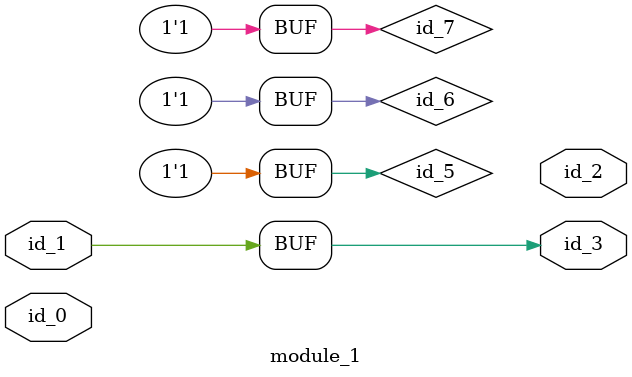
<source format=v>
module module_0 (
    id_1,
    id_2,
    id_3,
    id_4,
    id_5,
    id_6,
    id_7,
    id_8,
    id_9,
    id_10,
    id_11,
    id_12,
    id_13,
    id_14,
    id_15,
    id_16,
    id_17
);
  output wire id_17;
  input wire id_16;
  input wire id_15;
  input wire id_14;
  input wire id_13;
  inout wire id_12;
  inout wire id_11;
  output wire id_10;
  output wire id_9;
  output wire id_8;
  output wire id_7;
  input wire id_6;
  input wire id_5;
  output wire id_4;
  output wire id_3;
  inout wire id_2;
  output wire id_1;
  wor id_18 = 1'b0;
endmodule
module module_1 (
    input  tri id_0,
    input  wor id_1,
    output wor id_2,
    output wor id_3
);
  supply1 id_5;
  module_0 modCall_1 (
      id_5,
      id_5,
      id_5,
      id_5,
      id_5,
      id_5,
      id_5,
      id_5,
      id_5,
      id_5,
      id_5,
      id_5,
      id_5,
      id_5,
      id_5,
      id_5,
      id_5
  );
  wor id_6;
  assign id_5 = 1'h0 - id_5;
  assign id_3 = id_1;
  assign id_6 = 1'b0 || 1 || id_0;
  wire id_7 = id_5;
endmodule

</source>
